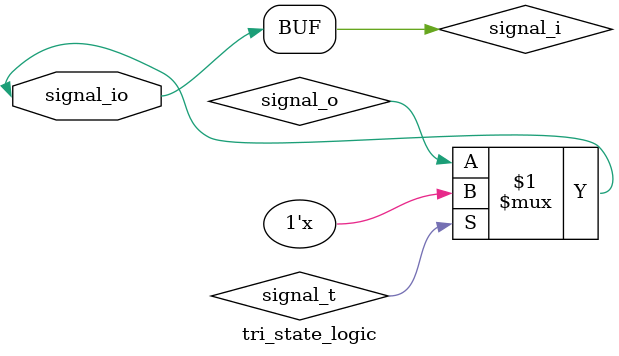
<source format=v>
module tri_state_logic(
  inout signal_io
);
  wire signal_i;
  wire signal_o;
  wire signal_t;

  assign signal_io = signal_t ? 1'bz : signal_o;
  assign signal_i = signal_io;
endmodule
</source>
